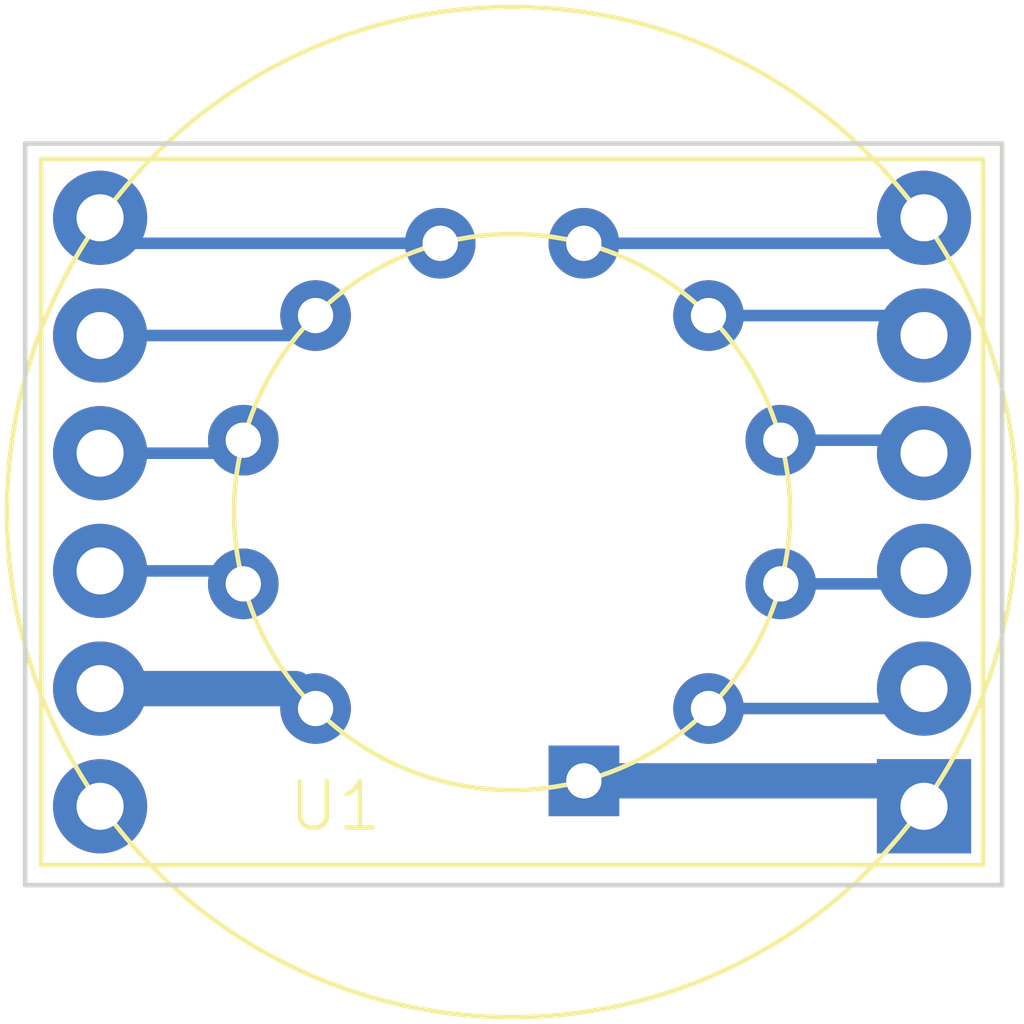
<source format=kicad_pcb>
(kicad_pcb (version 20221018) (generator pcbnew)
  (layers (0 "F.Cu" signal) (31 "B.Cu" signal) (34 "B.Paste" user) (35 "F.Paste" user) (36 "B.SilkS" user "B.Silkscreen") (37 "F.SilkS" user "F.Silkscreen") (38 "B.Mask" user) (39 "F.Mask" user) (44 "Edge.Cuts" user))
  (net 0 "")
  (net 1 "Net-(J1-Pin_6)")
  (net 2 "Net-(J1-Pin_5)")
  (net 3 "Net-(J1-Pin_4)")
  (net 4 "Net-(J1-Pin_3)")
  (net 5 "Net-(J1-Pin_2)")
  (net 6 "Net-(J1-Pin_1)")
  (net 7 "Net-(J1-Pin_7)")
  (net 8 "Net-(J1-Pin_8)")
  (net 9 "Net-(J1-Pin_9)")
  (net 10 "Net-(J1-Pin_10)")
  (net 11 "Net-(J1-Pin_11)")
  (footprint "dmitriy:IV-11-DIL" (layer "F.Cu") (at 24.73 83.39 90)
    (fp_text reference "J1" hide)
    (fp_text value "Conn_01x12_Pin" hide)
    (fp_line (start -7.62 -10.16) (end -7.62 10.16) (stroke (width 0.1)) (layer "F.SilkS"))
    (fp_line (start -7.62 10.16) (end 7.62 10.16) (stroke (width 0.1)) (layer "F.SilkS"))
    (fp_line (start 7.62 -10.16) (end -7.62 -10.16) (stroke (width 0.1)) (layer "F.SilkS"))
    (fp_line (start 7.62 10.16) (end 7.62 -10.16) (stroke (width 0.1)) (layer "F.SilkS"))
    (pad "1" thru_hole rect (at -6.35 8.89 90) (size 2.032 2.032) (drill 1.016) (layers "*.Cu" "*.Mask") (net 6 "Net-(J1-Pin_1)"))
    (pad "2" thru_hole circle (at -3.81 8.89 90) (size 2.032 2.032) (drill 1.016) (layers "*.Cu" "*.Mask") (net 5 "Net-(J1-Pin_2)"))
    (pad "3" thru_hole circle (at -1.27 8.89 90) (size 2.032 2.032) (drill 1.016) (layers "*.Cu" "*.Mask") (net 4 "Net-(J1-Pin_3)"))
    (pad "4" thru_hole circle (at 1.27 8.89 90) (size 2.032 2.032) (drill 1.016) (layers "*.Cu" "*.Mask") (net 3 "Net-(J1-Pin_4)"))
    (pad "5" thru_hole circle (at 3.81 8.89 90) (size 2.032 2.032) (drill 1.016) (layers "*.Cu" "*.Mask") (net 2 "Net-(J1-Pin_5)"))
    (pad "6" thru_hole circle (at 6.35 8.89 90) (size 2.032 2.032) (drill 1.016) (layers "*.Cu" "*.Mask") (net 1 "Net-(J1-Pin_6)"))
    (pad "7" thru_hole circle (at 6.35 -8.89 90) (size 2.032 2.032) (drill 1.016) (layers "*.Cu" "*.Mask") (net 7 "Net-(J1-Pin_7)"))
    (pad "8" thru_hole circle (at 3.81 -8.89 90) (size 2.032 2.032) (drill 1.016) (layers "*.Cu" "*.Mask") (net 8 "Net-(J1-Pin_8)"))
    (pad "9" thru_hole circle (at 1.27 -8.89 90) (size 2.032 2.032) (drill 1.016) (layers "*.Cu" "*.Mask") (net 9 "Net-(J1-Pin_9)"))
    (pad "10" thru_hole circle (at -1.27 -8.89 90) (size 2.032 2.032) (drill 1.016) (layers "*.Cu" "*.Mask") (net 10 "Net-(J1-Pin_10)"))
    (pad "11" thru_hole circle (at -3.81 -8.89 90) (size 2.032 2.032) (drill 1.016) (layers "*.Cu" "*.Mask") (net 11 "Net-(J1-Pin_11)"))
    (pad "12" thru_hole circle (at -6.35 -8.89 90) (size 2.032 2.032) (drill 1.016) (layers "*.Cu" "*.Mask"))
  )
  (footprint "dmitriy:IV11" (layer "F.Cu") (at 24.73 83.39)
    (fp_text reference "U1" (at -3.81 6.35 unlocked) (layer "F.SilkS") (effects (font (thickness 0.1))))
    (fp_text value "IV-11")
    (fp_circle (center 0 0) (end 6 0) (stroke (width 0.1)) (fill none) (layer "F.SilkS"))
    (fp_circle (center 0 0) (end 10.9 0) (stroke (width 0.1)) (fill none) (layer "F.SilkS"))
    (pad "1" thru_hole rect (at 1.55 5.8) (size 1.524 1.524) (drill 0.762) (layers "*.Cu" "*.Mask") (net 6 "Net-(J1-Pin_1)"))
    (pad "2" thru_hole circle (at 4.24 4.24) (size 1.524 1.524) (drill 0.762) (layers "*.Cu" "*.Mask") (net 5 "Net-(J1-Pin_2)"))
    (pad "3" thru_hole circle (at 5.8 1.55) (size 1.524 1.524) (drill 0.762) (layers "*.Cu" "*.Mask") (net 4 "Net-(J1-Pin_3)"))
    (pad "4" thru_hole circle (at 5.8 -1.55) (size 1.524 1.524) (drill 0.762) (layers "*.Cu" "*.Mask") (net 3 "Net-(J1-Pin_4)"))
    (pad "5" thru_hole circle (at 4.24 -4.24) (size 1.524 1.524) (drill 0.762) (layers "*.Cu" "*.Mask") (net 2 "Net-(J1-Pin_5)"))
    (pad "6" thru_hole circle (at 1.55 -5.8) (size 1.524 1.524) (drill 0.762) (layers "*.Cu" "*.Mask") (net 1 "Net-(J1-Pin_6)"))
    (pad "7" thru_hole circle (at -1.55 -5.8) (size 1.524 1.524) (drill 0.762) (layers "*.Cu" "*.Mask") (net 7 "Net-(J1-Pin_7)"))
    (pad "8" thru_hole circle (at -4.24 -4.24) (size 1.524 1.524) (drill 0.762) (layers "*.Cu" "*.Mask") (net 8 "Net-(J1-Pin_8)"))
    (pad "9" thru_hole circle (at -5.8 -1.55) (size 1.524 1.524) (drill 0.762) (layers "*.Cu" "*.Mask") (net 9 "Net-(J1-Pin_9)"))
    (pad "10" thru_hole circle (at -5.8 1.55) (size 1.524 1.524) (drill 0.762) (layers "*.Cu" "*.Mask") (net 10 "Net-(J1-Pin_10)"))
    (pad "11" thru_hole circle (at -4.24 4.24) (size 1.524 1.524) (drill 0.762) (layers "*.Cu" "*.Mask") (net 11 "Net-(J1-Pin_11)"))
  )
  (gr_line (start 35.306 91.44) (end 35.306 75.438) (stroke (width 0.1)) (layer "Edge.Cuts"))
  (gr_line (start 14.224 75.438) (end 35.306 75.438) (stroke (width 0.1)) (layer "Edge.Cuts"))
  (gr_line (start 14.224 75.438) (end 14.224 91.44) (stroke (width 0.1)) (layer "Edge.Cuts"))
  (gr_line (start 14.224 91.44) (end 35.306 91.44) (stroke (width 0.1)) (layer "Edge.Cuts"))
  (segment (start 33.04297 77.59) (end 33.532735 77.100235) (width 0.25) (layer "B.Cu") (net 1))
  (segment (start 26.28 77.59) (end 33.04297 77.59) (width 0.25) (layer "B.Cu") (net 1))
  (segment (start 33.19 79.15) (end 33.62 79.58) (width 0.25) (layer "B.Cu") (net 2))
  (segment (start 28.97 79.15) (end 33.19 79.15) (width 0.25) (layer "B.Cu") (net 2))
  (segment (start 33.34 81.84) (end 33.62 82.12) (width 0.25) (layer "B.Cu") (net 3))
  (segment (start 30.53 81.84) (end 33.34 81.84) (width 0.25) (layer "B.Cu") (net 3))
  (segment (start 30.53 84.94) (end 33.34 84.94) (width 0.25) (layer "B.Cu") (net 4))
  (segment (start 33.34 84.94) (end 33.62 84.66) (width 0.25) (layer "B.Cu") (net 4))
  (segment (start 33.19 87.63) (end 33.62 87.2) (width 0.25) (layer "B.Cu") (net 5))
  (segment (start 28.97 87.63) (end 33.19 87.63) (width 0.25) (layer "B.Cu") (net 5))
  (segment (start 33.07 89.19) (end 33.532735 89.652735) (width 0.25) (layer "B.Cu") (net 6))
  (segment (start 26.28 89.19) (end 33.07 89.19) (width 0.762) (layer "B.Cu") (net 6))
  (segment (start 33.532735 89.652735) (end 33.532735 89.679765) (width 0.25) (layer "B.Cu") (net 6))
  (segment (start 16.417031 77.59) (end 15.927266 77.100235) (width 0.25) (layer "B.Cu") (net 7))
  (segment (start 23.18 77.59) (end 16.417031 77.59) (width 0.25) (layer "B.Cu") (net 7))
  (segment (start 20.06 79.58) (end 20.49 79.15) (width 0.25) (layer "B.Cu") (net 8))
  (segment (start 15.84 79.58) (end 20.06 79.58) (width 0.25) (layer "B.Cu") (net 8))
  (segment (start 15.84 82.12) (end 18.65 82.12) (width 0.25) (layer "B.Cu") (net 9))
  (segment (start 18.65 82.12) (end 18.93 81.84) (width 0.25) (layer "B.Cu") (net 9))
  (segment (start 18.65 84.66) (end 18.93 84.94) (width 0.25) (layer "B.Cu") (net 10))
  (segment (start 15.84 84.66) (end 18.65 84.66) (width 0.25) (layer "B.Cu") (net 10))
  (segment (start 15.84 87.2) (end 20.06 87.2) (width 0.762) (layer "B.Cu") (net 11))
  (segment (start 20.06 87.2) (end 20.49 87.63) (width 0.25) (layer "B.Cu") (net 11))
)
</source>
